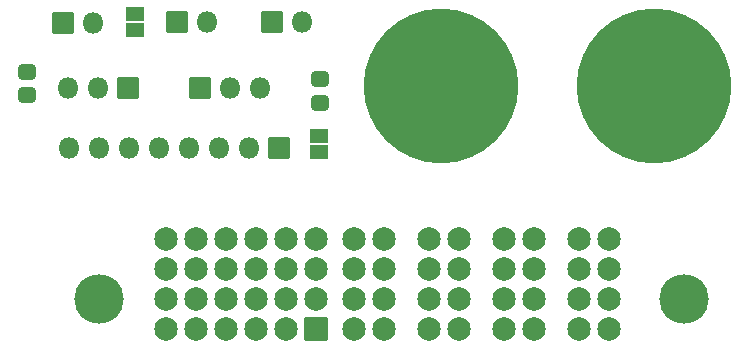
<source format=gbr>
%TF.GenerationSoftware,KiCad,Pcbnew,8.0.6*%
%TF.CreationDate,2025-01-01T08:23:19-05:00*%
%TF.ProjectId,ge-psu,67652d70-7375-42e6-9b69-6361645f7063,rev?*%
%TF.SameCoordinates,Original*%
%TF.FileFunction,Soldermask,Top*%
%TF.FilePolarity,Negative*%
%FSLAX46Y46*%
G04 Gerber Fmt 4.6, Leading zero omitted, Abs format (unit mm)*
G04 Created by KiCad (PCBNEW 8.0.6) date 2025-01-01 08:23:19*
%MOMM*%
%LPD*%
G01*
G04 APERTURE LIST*
G04 Aperture macros list*
%AMRoundRect*
0 Rectangle with rounded corners*
0 $1 Rounding radius*
0 $2 $3 $4 $5 $6 $7 $8 $9 X,Y pos of 4 corners*
0 Add a 4 corners polygon primitive as box body*
4,1,4,$2,$3,$4,$5,$6,$7,$8,$9,$2,$3,0*
0 Add four circle primitives for the rounded corners*
1,1,$1+$1,$2,$3*
1,1,$1+$1,$4,$5*
1,1,$1+$1,$6,$7*
1,1,$1+$1,$8,$9*
0 Add four rect primitives between the rounded corners*
20,1,$1+$1,$2,$3,$4,$5,0*
20,1,$1+$1,$4,$5,$6,$7,0*
20,1,$1+$1,$6,$7,$8,$9,0*
20,1,$1+$1,$8,$9,$2,$3,0*%
G04 Aperture macros list end*
%ADD10C,1.001600*%
%ADD11C,13.101600*%
%ADD12RoundRect,0.050800X-0.850000X0.850000X-0.850000X-0.850000X0.850000X-0.850000X0.850000X0.850000X0*%
%ADD13O,1.801600X1.801600*%
%ADD14RoundRect,0.050800X0.750000X-0.500000X0.750000X0.500000X-0.750000X0.500000X-0.750000X-0.500000X0*%
%ADD15C,4.191000*%
%ADD16RoundRect,0.102000X-0.895350X-0.895350X0.895350X-0.895350X0.895350X0.895350X-0.895350X0.895350X0*%
%ADD17C,1.994700*%
%ADD18RoundRect,0.050800X0.850000X-0.850000X0.850000X0.850000X-0.850000X0.850000X-0.850000X-0.850000X0*%
%ADD19RoundRect,0.271166X0.479634X-0.379634X0.479634X0.379634X-0.479634X0.379634X-0.479634X-0.379634X0*%
G04 APERTURE END LIST*
D10*
%TO.C,H1*%
X164143854Y-63862854D03*
X165571708Y-60415708D03*
X165571708Y-67310000D03*
X169018854Y-58987854D03*
D11*
X169018854Y-63862854D03*
D10*
X169018854Y-68737854D03*
X172466000Y-60415708D03*
X172466000Y-67310000D03*
X173893854Y-63862854D03*
%TD*%
D12*
%TO.C,J7*%
X137287000Y-69088000D03*
D13*
X134747000Y-69088000D03*
X132207000Y-69088000D03*
X129667000Y-69088000D03*
X127127000Y-69088000D03*
X124587000Y-69088000D03*
X122047000Y-69088000D03*
X119507000Y-69088000D03*
%TD*%
D14*
%TO.C,JP2*%
X125095000Y-59055000D03*
X125095000Y-57755000D03*
%TD*%
D15*
%TO.C,J1*%
X122020000Y-81860000D03*
X171550000Y-81860000D03*
D16*
X140435000Y-84400000D03*
D17*
X137895000Y-84400000D03*
X135355000Y-84400000D03*
X132815000Y-84400000D03*
X130275000Y-84400000D03*
X127735000Y-84400000D03*
X140435000Y-81860000D03*
X137895000Y-81860000D03*
X135355000Y-81860000D03*
X132815000Y-81860000D03*
X130275000Y-81860000D03*
X127735000Y-81860000D03*
X140435000Y-79320000D03*
X137895000Y-79320000D03*
X135355000Y-79320000D03*
X132815000Y-79320000D03*
X130275000Y-79320000D03*
X127735000Y-79320000D03*
X140435000Y-76780000D03*
X137895000Y-76780000D03*
X135355000Y-76780000D03*
X132815000Y-76780000D03*
X130275000Y-76780000D03*
X127735000Y-76780000D03*
X165200000Y-76780000D03*
X165200000Y-79320000D03*
X165200000Y-81860000D03*
X165200000Y-84400000D03*
X162660000Y-76780000D03*
X162660000Y-79320000D03*
X162660000Y-81860000D03*
X162660000Y-84400000D03*
X158850000Y-76780000D03*
X158850000Y-79320000D03*
X158850000Y-81860000D03*
X158850000Y-84400000D03*
X156310000Y-76780000D03*
X156310000Y-79320000D03*
X156310000Y-81860000D03*
X156310000Y-84400000D03*
X152500000Y-76780000D03*
X152500000Y-79320000D03*
X152500000Y-81860000D03*
X152500000Y-84400000D03*
X149960000Y-76780000D03*
X149960000Y-79320000D03*
X149960000Y-81860000D03*
X149960000Y-84400000D03*
X146150000Y-76780000D03*
X146150000Y-79320000D03*
X146150000Y-81860000D03*
X146150000Y-84400000D03*
X143610000Y-76780000D03*
X143610000Y-79320000D03*
X143610000Y-81860000D03*
X143610000Y-84400000D03*
%TD*%
D18*
%TO.C,J3*%
X136652000Y-58420000D03*
D13*
X139192000Y-58420000D03*
%TD*%
D19*
%TO.C,R1*%
X115900200Y-64617600D03*
X115900200Y-62617600D03*
%TD*%
D14*
%TO.C,JP1*%
X140614400Y-69397400D03*
X140614400Y-68097400D03*
%TD*%
D12*
%TO.C,J4*%
X124445000Y-64008000D03*
D13*
X121905000Y-64008000D03*
X119365000Y-64008000D03*
%TD*%
D10*
%TO.C,H2*%
X146109854Y-63862854D03*
X147537708Y-60415708D03*
X147537708Y-67310000D03*
X150984854Y-58987854D03*
D11*
X150984854Y-63862854D03*
D10*
X150984854Y-68737854D03*
X154432000Y-60415708D03*
X154432000Y-67310000D03*
X155859854Y-63862854D03*
%TD*%
D18*
%TO.C,J6*%
X118999000Y-58496200D03*
D13*
X121539000Y-58496200D03*
%TD*%
D19*
%TO.C,R2*%
X140741400Y-65271400D03*
X140741400Y-63271400D03*
%TD*%
D18*
%TO.C,J2*%
X128651000Y-58420000D03*
D13*
X131191000Y-58420000D03*
%TD*%
D18*
%TO.C,J5*%
X130556000Y-64033400D03*
D13*
X133096000Y-64033400D03*
X135636000Y-64033400D03*
%TD*%
M02*

</source>
